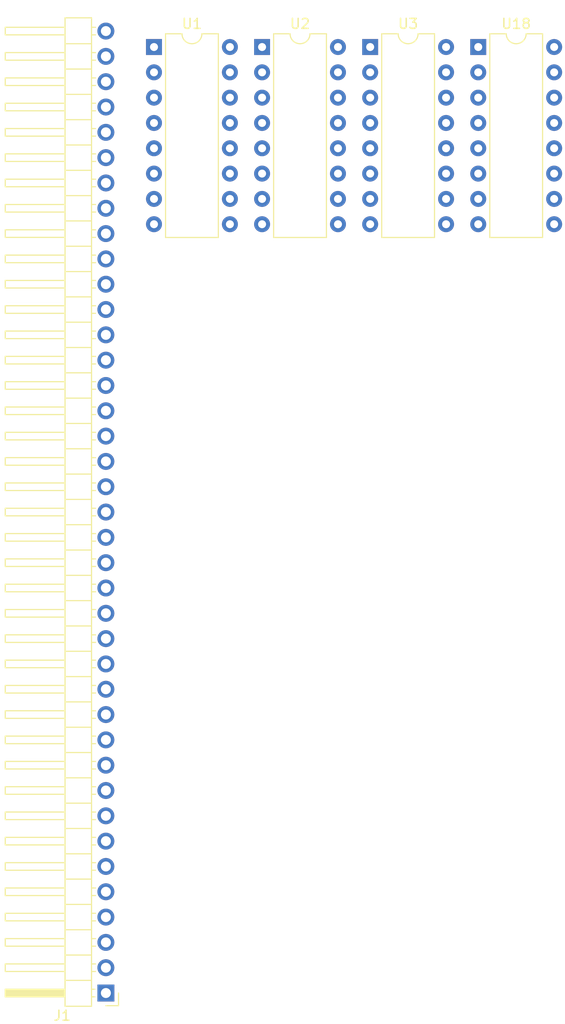
<source format=kicad_pcb>
(kicad_pcb (version 20221018) (generator pcbnew)
  (layers (0 "F.Cu" signal) (31 "B.Cu" signal) (34 "B.Paste" user) (35 "F.Paste" user) (36 "B.SilkS" user "B.Silkscreen") (37 "F.SilkS" user "F.Silkscreen") (38 "B.Mask" user) (39 "F.Mask" user) (44 "Edge.Cuts" user))
  (net 0 "")
  (net 1 "GND")
  (net 2 "+5V")
  (net 3 "clk")
  (net 4 "read enable 1")
  (net 5 "read enable 2")
  (net 6 "write enable")
  (footprint "Package_DIP:DIP-16_W7.62mm" (layer "F.Cu") (at 135.38 39.22)
    (fp_text reference "U18" (at 3.81 -2.33) (layer "F.SilkS"))
    (fp_text value "74LS170")
    (fp_line (start 1.16 -1.33) (end 1.16 19.11) (stroke (width 0.12)) (layer "F.SilkS"))
    (fp_line (start 1.16 19.11) (end 6.46 19.11) (stroke (width 0.12)) (layer "F.SilkS"))
    (fp_line (start 2.81 -1.33) (end 1.16 -1.33) (stroke (width 0.12)) (layer "F.SilkS"))
    (fp_line (start 6.46 -1.33) (end 4.81 -1.33) (stroke (width 0.12)) (layer "F.SilkS"))
    (fp_line (start 6.46 19.11) (end 6.46 -1.33) (stroke (width 0.12)) (layer "F.SilkS"))
    (fp_arc (start 4.81 -1.33) (mid 3.81 -0.33) (end 2.81 -1.33) (stroke (width 0.12)) (layer "F.SilkS"))
    (pad "1" thru_hole rect (at 0 0) (size 1.6 1.6) (drill 0.8) (layers "*.Cu" "*.Mask"))
    (pad "2" thru_hole oval (at 0 2.54) (size 1.6 1.6) (drill 0.8) (layers "*.Cu" "*.Mask"))
    (pad "3" thru_hole oval (at 0 5.08) (size 1.6 1.6) (drill 0.8) (layers "*.Cu" "*.Mask"))
    (pad "4" thru_hole oval (at 0 7.62) (size 1.6 1.6) (drill 0.8) (layers "*.Cu" "*.Mask"))
    (pad "5" thru_hole oval (at 0 10.16) (size 1.6 1.6) (drill 0.8) (layers "*.Cu" "*.Mask"))
    (pad "6" thru_hole oval (at 0 12.7) (size 1.6 1.6) (drill 0.8) (layers "*.Cu" "*.Mask"))
    (pad "7" thru_hole oval (at 0 15.24) (size 1.6 1.6) (drill 0.8) (layers "*.Cu" "*.Mask"))
    (pad "8" thru_hole oval (at 0 17.78) (size 1.6 1.6) (drill 0.8) (layers "*.Cu" "*.Mask") (net 1 "GND"))
    (pad "9" thru_hole oval (at 7.62 17.78) (size 1.6 1.6) (drill 0.8) (layers "*.Cu" "*.Mask"))
    (pad "10" thru_hole oval (at 7.62 15.24) (size 1.6 1.6) (drill 0.8) (layers "*.Cu" "*.Mask"))
    (pad "11" thru_hole oval (at 7.62 12.7) (size 1.6 1.6) (drill 0.8) (layers "*.Cu" "*.Mask"))
    (pad "12" thru_hole oval (at 7.62 10.16) (size 1.6 1.6) (drill 0.8) (layers "*.Cu" "*.Mask"))
    (pad "13" thru_hole oval (at 7.62 7.62) (size 1.6 1.6) (drill 0.8) (layers "*.Cu" "*.Mask"))
    (pad "14" thru_hole oval (at 7.62 5.08) (size 1.6 1.6) (drill 0.8) (layers "*.Cu" "*.Mask"))
    (pad "15" thru_hole oval (at 7.62 2.54) (size 1.6 1.6) (drill 0.8) (layers "*.Cu" "*.Mask"))
    (pad "16" thru_hole oval (at 7.62 0) (size 1.6 1.6) (drill 0.8) (layers "*.Cu" "*.Mask") (net 2 "+5V"))
  )
  (footprint "Package_DIP:DIP-16_W7.62mm" (layer "F.Cu") (at 124.53 39.22)
    (fp_text reference "U3" (at 3.81 -2.33) (layer "F.SilkS"))
    (fp_text value "74LS170")
    (fp_line (start 1.16 -1.33) (end 1.16 19.11) (stroke (width 0.12)) (layer "F.SilkS"))
    (fp_line (start 1.16 19.11) (end 6.46 19.11) (stroke (width 0.12)) (layer "F.SilkS"))
    (fp_line (start 2.81 -1.33) (end 1.16 -1.33) (stroke (width 0.12)) (layer "F.SilkS"))
    (fp_line (start 6.46 -1.33) (end 4.81 -1.33) (stroke (width 0.12)) (layer "F.SilkS"))
    (fp_line (start 6.46 19.11) (end 6.46 -1.33) (stroke (width 0.12)) (layer "F.SilkS"))
    (fp_arc (start 4.81 -1.33) (mid 3.81 -0.33) (end 2.81 -1.33) (stroke (width 0.12)) (layer "F.SilkS"))
    (pad "1" thru_hole rect (at 0 0) (size 1.6 1.6) (drill 0.8) (layers "*.Cu" "*.Mask"))
    (pad "2" thru_hole oval (at 0 2.54) (size 1.6 1.6) (drill 0.8) (layers "*.Cu" "*.Mask"))
    (pad "3" thru_hole oval (at 0 5.08) (size 1.6 1.6) (drill 0.8) (layers "*.Cu" "*.Mask"))
    (pad "4" thru_hole oval (at 0 7.62) (size 1.6 1.6) (drill 0.8) (layers "*.Cu" "*.Mask"))
    (pad "5" thru_hole oval (at 0 10.16) (size 1.6 1.6) (drill 0.8) (layers "*.Cu" "*.Mask"))
    (pad "6" thru_hole oval (at 0 12.7) (size 1.6 1.6) (drill 0.8) (layers "*.Cu" "*.Mask"))
    (pad "7" thru_hole oval (at 0 15.24) (size 1.6 1.6) (drill 0.8) (layers "*.Cu" "*.Mask"))
    (pad "8" thru_hole oval (at 0 17.78) (size 1.6 1.6) (drill 0.8) (layers "*.Cu" "*.Mask") (net 1 "GND"))
    (pad "9" thru_hole oval (at 7.62 17.78) (size 1.6 1.6) (drill 0.8) (layers "*.Cu" "*.Mask"))
    (pad "10" thru_hole oval (at 7.62 15.24) (size 1.6 1.6) (drill 0.8) (layers "*.Cu" "*.Mask"))
    (pad "11" thru_hole oval (at 7.62 12.7) (size 1.6 1.6) (drill 0.8) (layers "*.Cu" "*.Mask"))
    (pad "12" thru_hole oval (at 7.62 10.16) (size 1.6 1.6) (drill 0.8) (layers "*.Cu" "*.Mask"))
    (pad "13" thru_hole oval (at 7.62 7.62) (size 1.6 1.6) (drill 0.8) (layers "*.Cu" "*.Mask"))
    (pad "14" thru_hole oval (at 7.62 5.08) (size 1.6 1.6) (drill 0.8) (layers "*.Cu" "*.Mask"))
    (pad "15" thru_hole oval (at 7.62 2.54) (size 1.6 1.6) (drill 0.8) (layers "*.Cu" "*.Mask"))
    (pad "16" thru_hole oval (at 7.62 0) (size 1.6 1.6) (drill 0.8) (layers "*.Cu" "*.Mask") (net 2 "+5V"))
  )
  (footprint "Package_DIP:DIP-16_W7.62mm" (layer "F.Cu") (at 113.68 39.22)
    (fp_text reference "U2" (at 3.81 -2.33) (layer "F.SilkS"))
    (fp_text value "74LS170")
    (fp_line (start 1.16 -1.33) (end 1.16 19.11) (stroke (width 0.12)) (layer "F.SilkS"))
    (fp_line (start 1.16 19.11) (end 6.46 19.11) (stroke (width 0.12)) (layer "F.SilkS"))
    (fp_line (start 2.81 -1.33) (end 1.16 -1.33) (stroke (width 0.12)) (layer "F.SilkS"))
    (fp_line (start 6.46 -1.33) (end 4.81 -1.33) (stroke (width 0.12)) (layer "F.SilkS"))
    (fp_line (start 6.46 19.11) (end 6.46 -1.33) (stroke (width 0.12)) (layer "F.SilkS"))
    (fp_arc (start 4.81 -1.33) (mid 3.81 -0.33) (end 2.81 -1.33) (stroke (width 0.12)) (layer "F.SilkS"))
    (pad "1" thru_hole rect (at 0 0) (size 1.6 1.6) (drill 0.8) (layers "*.Cu" "*.Mask"))
    (pad "2" thru_hole oval (at 0 2.54) (size 1.6 1.6) (drill 0.8) (layers "*.Cu" "*.Mask"))
    (pad "3" thru_hole oval (at 0 5.08) (size 1.6 1.6) (drill 0.8) (layers "*.Cu" "*.Mask"))
    (pad "4" thru_hole oval (at 0 7.62) (size 1.6 1.6) (drill 0.8) (layers "*.Cu" "*.Mask"))
    (pad "5" thru_hole oval (at 0 10.16) (size 1.6 1.6) (drill 0.8) (layers "*.Cu" "*.Mask"))
    (pad "6" thru_hole oval (at 0 12.7) (size 1.6 1.6) (drill 0.8) (layers "*.Cu" "*.Mask"))
    (pad "7" thru_hole oval (at 0 15.24) (size 1.6 1.6) (drill 0.8) (layers "*.Cu" "*.Mask"))
    (pad "8" thru_hole oval (at 0 17.78) (size 1.6 1.6) (drill 0.8) (layers "*.Cu" "*.Mask") (net 1 "GND"))
    (pad "9" thru_hole oval (at 7.62 17.78) (size 1.6 1.6) (drill 0.8) (layers "*.Cu" "*.Mask"))
    (pad "10" thru_hole oval (at 7.62 15.24) (size 1.6 1.6) (drill 0.8) (layers "*.Cu" "*.Mask"))
    (pad "11" thru_hole oval (at 7.62 12.7) (size 1.6 1.6) (drill 0.8) (layers "*.Cu" "*.Mask"))
    (pad "12" thru_hole oval (at 7.62 10.16) (size 1.6 1.6) (drill 0.8) (layers "*.Cu" "*.Mask"))
    (pad "13" thru_hole oval (at 7.62 7.62) (size 1.6 1.6) (drill 0.8) (layers "*.Cu" "*.Mask"))
    (pad "14" thru_hole oval (at 7.62 5.08) (size 1.6 1.6) (drill 0.8) (layers "*.Cu" "*.Mask"))
    (pad "15" thru_hole oval (at 7.62 2.54) (size 1.6 1.6) (drill 0.8) (layers "*.Cu" "*.Mask"))
    (pad "16" thru_hole oval (at 7.62 0) (size 1.6 1.6) (drill 0.8) (layers "*.Cu" "*.Mask") (net 2 "+5V"))
  )
  (footprint "Package_DIP:DIP-16_W7.62mm" (layer "F.Cu") (at 102.83 39.22)
    (fp_text reference "U1" (at 3.81 -2.33) (layer "F.SilkS"))
    (fp_text value "74LS170")
    (fp_line (start 1.16 -1.33) (end 1.16 19.11) (stroke (width 0.12)) (layer "F.SilkS"))
    (fp_line (start 1.16 19.11) (end 6.46 19.11) (stroke (width 0.12)) (layer "F.SilkS"))
    (fp_line (start 2.81 -1.33) (end 1.16 -1.33) (stroke (width 0.12)) (layer "F.SilkS"))
    (fp_line (start 6.46 -1.33) (end 4.81 -1.33) (stroke (width 0.12)) (layer "F.SilkS"))
    (fp_line (start 6.46 19.11) (end 6.46 -1.33) (stroke (width 0.12)) (layer "F.SilkS"))
    (fp_arc (start 4.81 -1.33) (mid 3.81 -0.33) (end 2.81 -1.33) (stroke (width 0.12)) (layer "F.SilkS"))
    (pad "1" thru_hole rect (at 0 0) (size 1.6 1.6) (drill 0.8) (layers "*.Cu" "*.Mask"))
    (pad "2" thru_hole oval (at 0 2.54) (size 1.6 1.6) (drill 0.8) (layers "*.Cu" "*.Mask"))
    (pad "3" thru_hole oval (at 0 5.08) (size 1.6 1.6) (drill 0.8) (layers "*.Cu" "*.Mask"))
    (pad "4" thru_hole oval (at 0 7.62) (size 1.6 1.6) (drill 0.8) (layers "*.Cu" "*.Mask"))
    (pad "5" thru_hole oval (at 0 10.16) (size 1.6 1.6) (drill 0.8) (layers "*.Cu" "*.Mask"))
    (pad "6" thru_hole oval (at 0 12.7) (size 1.6 1.6) (drill 0.8) (layers "*.Cu" "*.Mask"))
    (pad "7" thru_hole oval (at 0 15.24) (size 1.6 1.6) (drill 0.8) (layers "*.Cu" "*.Mask"))
    (pad "8" thru_hole oval (at 0 17.78) (size 1.6 1.6) (drill 0.8) (layers "*.Cu" "*.Mask") (net 1 "GND"))
    (pad "9" thru_hole oval (at 7.62 17.78) (size 1.6 1.6) (drill 0.8) (layers "*.Cu" "*.Mask"))
    (pad "10" thru_hole oval (at 7.62 15.24) (size 1.6 1.6) (drill 0.8) (layers "*.Cu" "*.Mask"))
    (pad "11" thru_hole oval (at 7.62 12.7) (size 1.6 1.6) (drill 0.8) (layers "*.Cu" "*.Mask"))
    (pad "12" thru_hole oval (at 7.62 10.16) (size 1.6 1.6) (drill 0.8) (layers "*.Cu" "*.Mask"))
    (pad "13" thru_hole oval (at 7.62 7.62) (size 1.6 1.6) (drill 0.8) (layers "*.Cu" "*.Mask"))
    (pad "14" thru_hole oval (at 7.62 5.08) (size 1.6 1.6) (drill 0.8) (layers "*.Cu" "*.Mask"))
    (pad "15" thru_hole oval (at 7.62 2.54) (size 1.6 1.6) (drill 0.8) (layers "*.Cu" "*.Mask"))
    (pad "16" thru_hole oval (at 7.62 0) (size 1.6 1.6) (drill 0.8) (layers "*.Cu" "*.Mask") (net 2 "+5V"))
  )
  (footprint "Connector_PinHeader_2.54mm:PinHeader_1x39_P2.54mm_Horizontal" (layer "F.Cu") (at 98 134.14 180)
    (fp_text reference "J1" (at 4.385 -2.27) (layer "F.SilkS"))
    (fp_text value "Conn_01x39_Pin")
    (fp_line (start -1.27 -1.27) (end 0 -1.27) (stroke (width 0.12)) (layer "F.SilkS"))
    (fp_line (start -1.27 0) (end -1.27 -1.27) (stroke (width 0.12)) (layer "F.SilkS"))
    (fp_line (start 1.042929 2.16) (end 1.44 2.16) (stroke (width 0.12)) (layer "F.SilkS"))
    (fp_line (start 1.042929 2.92) (end 1.44 2.92) (stroke (width 0.12)) (layer "F.SilkS"))
    (fp_line (start 1.042929 4.7) (end 1.44 4.7) (stroke (width 0.12)) (layer "F.SilkS"))
    (fp_line (start 1.042929 5.46) (end 1.44 5.46) (stroke (width 0.12)) (layer "F.SilkS"))
    (fp_line (start 1.042929 7.24) (end 1.44 7.24) (stroke (width 0.12)) (layer "F.SilkS"))
    (fp_line (start 1.042929 8) (end 1.44 8) (stroke (width 0.12)) (layer "F.SilkS"))
    (fp_line (start 1.042929 9.78) (end 1.44 9.78) (stroke (width 0.12)) (layer "F.SilkS"))
    (fp_line (start 1.042929 10.54) (end 1.44 10.54) (stroke (width 0.12)) (layer "F.SilkS"))
    (fp_line (start 1.042929 12.32) (end 1.44 12.32) (stroke (width 0.12)) (layer "F.SilkS"))
    (fp_line (start 1.042929 13.08) (end 1.44 13.08) (stroke (width 0.12)) (layer "F.SilkS"))
    (fp_line (start 1.042929 14.86) (end 1.44 14.86) (stroke (width 0.12)) (layer "F.SilkS"))
    (fp_line (start 1.042929 15.62) (end 1.44 15.62) (stroke (width 0.12)) (layer "F.SilkS"))
    (fp_line (start 1.042929 17.4) (end 1.44 17.4) (stroke (width 0.12)) (layer "F.SilkS"))
    (fp_line (start 1.042929 18.16) (end 1.44 18.16) (stroke (width 0.12)) (layer "F.SilkS"))
    (fp_line (start 1.042929 19.94) (end 1.44 19.94) (stroke (width 0.12)) (layer "F.SilkS"))
    (fp_line (start 1.042929 20.7) (end 1.44 20.7) (stroke (width 0.12)) (layer "F.SilkS"))
    (fp_line (start 1.042929 22.48) (end 1.44 22.48) (stroke (width 0.12)) (layer "F.SilkS"))
    (fp_line (start 1.042929 23.24) (end 1.44 23.24) (stroke (width 0.12)) (layer "F.SilkS"))
    (fp_line (start 1.042929 25.02) (end 1.44 25.02) (stroke (width 0.12)) (layer "F.SilkS"))
    (fp_line (start 1.042929 25.78) (end 1.44 25.78) (stroke (width 0.12)) (layer "F.SilkS"))
    (fp_line (start 1.042929 27.56) (end 1.44 27.56) (stroke (width 0.12)) (layer "F.SilkS"))
    (fp_line (start 1.042929 28.32) (end 1.44 28.32) (stroke (width 0.12)) (layer "F.SilkS"))
    (fp_line (start 1.042929 30.1) (end 1.44 30.1) (stroke (width 0.12)) (layer "F.SilkS"))
    (fp_line (start 1.042929 30.86) (end 1.44 30.86) (stroke (width 0.12)) (layer "F.SilkS"))
    (fp_line (start 1.042929 32.64) (end 1.44 32.64) (stroke (width 0.12)) (layer "F.SilkS"))
    (fp_line (start 1.042929 33.4) (end 1.44 33.4) (stroke (width 0.12)) (layer "F.SilkS"))
    (fp_line (start 1.042929 35.18) (end 1.44 35.18) (stroke (width 0.12)) (layer "F.SilkS"))
    (fp_line (start 1.042929 35.94) (end 1.44 35.94) (stroke (width 0.12)) (layer "F.SilkS"))
    (fp_line (start 1.042929 37.72) (end 1.44 37.72) (stroke (width 0.12)) (layer "F.SilkS"))
    (fp_line (start 1.042929 38.48) (end 1.44 38.48) (stroke (width 0.12)) (layer "F.SilkS"))
    (fp_line (start 1.042929 40.26) (end 1.44 40.26) (stroke (width 0.12)) (layer "F.SilkS"))
    (fp_line (start 1.042929 41.02) (end 1.44 41.02) (stroke (width 0.12)) (layer "F.SilkS"))
    (fp_line (start 1.042929 42.8) (end 1.44 42.8) (stroke (width 0.12)) (layer "F.SilkS"))
    (fp_line (start 1.042929 43.56) (end 1.44 43.56) (stroke (width 0.12)) (layer "F.SilkS"))
    (fp_line (start 1.042929 45.34) (end 1.44 45.34) (stroke (width 0.12)) (layer "F.SilkS"))
    (fp_line (start 1.042929 46.1) (end 1.44 46.1) (stroke (width 0.12)) (layer "F.SilkS"))
    (fp_line (start 1.042929 47.88) (end 1.44 47.88) (stroke (width 0.12)) (layer "F.SilkS"))
    (fp_line (start 1.042929 48.64) (end 1.44 48.64) (stroke (width 0.12)) (layer "F.SilkS"))
    (fp_line (start 1.042929 50.42) (end 1.44 50.42) (stroke (width 0.12)) (layer "F.SilkS"))
    (fp_line (start 1.042929 51.18) (end 1.44 51.18) (stroke (width 0.12)) (layer "F.SilkS"))
    (fp_line (start 1.042929 52.96) (end 1.44 52.96) (stroke (width 0.12)) (layer "F.SilkS"))
    (fp_line (start 1.042929 53.72) (end 1.44 53.72) (stroke (width 0.12)) (layer "F.SilkS"))
    (fp_line (start 1.042929 55.5) (end 1.44 55.5) (stroke (width 0.12)) (layer "F.SilkS"))
    (fp_line (start 1.042929 56.26) (end 1.44 56.26) (stroke (width 0.12)) (layer "F.SilkS"))
    (fp_line (start 1.042929 58.04) (end 1.44 58.04) (stroke (width 0.12)) (layer "F.SilkS"))
    (fp_line (start 1.042929 58.8) (end 1.44 58.8) (stroke (width 0.12)) (layer "F.SilkS"))
    (fp_line (start 1.042929 60.58) (end 1.44 60.58) (stroke (width 0.12)) (layer "F.SilkS"))
    (fp_line (start 1.042929 61.34) (end 1.44 61.34) (stroke (width 0.12)) (layer "F.SilkS"))
    (fp_line (start 1.042929 63.12) (end 1.44 63.12) (stroke (width 0.12)) (layer "F.SilkS"))
    (fp_line (start 1.042929 63.88) (end 1.44 63.88) (stroke (width 0.12)) (layer "F.SilkS"))
    (fp_line (start 1.042929 65.66) (end 1.44 65.66) (stroke (width 0.12)) (layer "F.SilkS"))
    (fp_line (start 1.042929 66.42) (end 1.44 66.42) (stroke (width 0.12)) (layer "F.SilkS"))
    (fp_line (start 1.042929 68.2) (end 1.44 68.2) (stroke (width 0.12)) (layer "F.SilkS"))
    (fp_line (start 1.042929 68.96) (end 1.44 68.96) (stroke (width 0.12)) (layer "F.SilkS"))
    (fp_line (start 1.042929 70.74) (end 1.44 70.74) (stroke (width 0.12)) (layer "F.SilkS"))
    (fp_line (start 1.042929 71.5) (end 1.44 71.5) (stroke (width 0.12)) (layer "F.SilkS"))
    (fp_line (start 1.042929 73.28) (end 1.44 73.28) (stroke (width 0.12)) (layer "F.SilkS"))
    (fp_line (start 1.042929 74.04) (end 1.44 74.04) (stroke (width 0.12)) (layer "F.SilkS"))
    (fp_line (start 1.042929 75.82) (end 1.44 75.82) (stroke (width 0.12)) (layer "F.SilkS"))
    (fp_line (start 1.042929 76.58) (end 1.44 76.58) (stroke (width 0.12)) (layer "F.SilkS"))
    (fp_line (start 1.042929 78.36) (end 1.44 78.36) (stroke (width 0.12)) (layer "F.SilkS"))
    (fp_line (start 1.042929 79.12) (end 1.44 79.12) (stroke (width 0.12)) (layer "F.SilkS"))
    (fp_line (start 1.042929 80.9) (end 1.44 80.9) (stroke (width 0.12)) (layer "F.SilkS"))
    (fp_line (start 1.042929 81.66) (end 1.44 81.66) (stroke (width 0.12)) (layer "F.SilkS"))
    (fp_line (start 1.042929 83.44) (end 1.44 83.44) (stroke (width 0.12)) (layer "F.SilkS"))
    (fp_line (start 1.042929 84.2) (end 1.44 84.2) (stroke (width 0.12)) (layer "F.SilkS"))
    (fp_line (start 1.042929 85.98) (end 1.44 85.98) (stroke (width 0.12)) (layer "F.SilkS"))
    (fp_line (start 1.042929 86.74) (end 1.44 86.74) (stroke (width 0.12)) (layer "F.SilkS"))
    (fp_line (start 1.042929 88.52) (end 1.44 88.52) (stroke (width 0.12)) (layer "F.SilkS"))
    (fp_line (start 1.042929 89.28) (end 1.44 89.28) (stroke (width 0.12)) (layer "F.SilkS"))
    (fp_line (start 1.042929 91.06) (end 1.44 91.06) (stroke (width 0.12)) (layer "F.SilkS"))
    (fp_line (start 1.042929 91.82) (end 1.44 91.82) (stroke (width 0.12)) (layer "F.SilkS"))
    (fp_line (start 1.042929 93.6) (end 1.44 93.6) (stroke (width 0.12)) (layer "F.SilkS"))
    (fp_line (start 1.042929 94.36) (end 1.44 94.36) (stroke (width 0.12)) (layer "F.SilkS"))
    (fp_line (start 1.042929 96.14) (end 1.44 96.14) (stroke (width 0.12)) (layer "F.SilkS"))
    (fp_line (start 1.042929 96.9) (end 1.44 96.9) (stroke (width 0.12)) (layer "F.SilkS"))
    (fp_line (start 1.11 -0.38) (end 1.44 -0.38) (stroke (width 0.12)) (layer "F.SilkS"))
    (fp_line (start 1.11 0.38) (end 1.44 0.38) (stroke (width 0.12)) (layer "F.SilkS"))
    (fp_line (start 1.44 -1.33) (end 1.44 97.85) (stroke (width 0.12)) (layer "F.SilkS"))
    (fp_line (start 1.44 1.27) (end 4.1 1.27) (stroke (width 0.12)) (layer "F.SilkS"))
    (fp_line (start 1.44 3.81) (end 4.1 3.81) (stroke (width 0.12)) (layer "F.SilkS"))
    (fp_line (start 1.44 6.35) (end 4.1 6.35) (stroke (width 0.12)) (layer "F.SilkS"))
    (fp_line (start 1.44 8.89) (end 4.1 8.89) (stroke (width 0.12)) (layer "F.SilkS"))
    (fp_line (start 1.44 11.43) (end 4.1 11.43) (stroke (width 0.12)) (layer "F.SilkS"))
    (fp_line (start 1.44 13.97) (end 4.1 13.97) (stroke (width 0.12)) (layer "F.SilkS"))
    (fp_line (start 1.44 16.51) (end 4.1 16.51) (stroke (width 0.12)) (layer "F.SilkS"))
    (fp_line (start 1.44 19.05) (end 4.1 19.05) (stroke (width 0.12)) (layer "F.SilkS"))
    (fp_line (start 1.44 21.59) (end 4.1 21.59) (stroke (width 0.12)) (layer "F.SilkS"))
    (fp_line (start 1.44 24.13) (end 4.1 24.13) (stroke (width 0.12)) (layer "F.SilkS"))
    (fp_line (start 1.44 26.67) (end 4.1 26.67) (stroke (width 0.12)) (layer "F.SilkS"))
    (fp_line (start 1.44 29.21) (end 4.1 29.21) (stroke (width 0.12)) (layer "F.SilkS"))
    (fp_line (start 1.44 31.75) (end 4.1 31.75) (stroke (width 0.12)) (layer "F.SilkS"))
    (fp_line (start 1.44 34.29) (end 4.1 34.29) (stroke (width 0.12)) (layer "F.SilkS"))
    (fp_line (start 1.44 36.83) (end 4.1 36.83) (stroke (width 0.12)) (layer "F.SilkS"))
    (fp_line (start 1.44 39.37) (end 4.1 39.37) (stroke (width 0.12)) (layer "F.SilkS"))
    (fp_line (start 1.44 41.91) (end 4.1 41.91) (stroke (width 0.12)) (layer "F.SilkS"))
    (fp_line (start 1.44 44.45) (end 4.1 44.45) (stroke (width 0.12)) (layer "F.SilkS"))
    (fp_line (start 1.44 46.99) (end 4.1 46.99) (stroke (width 0.12)) (layer "F.SilkS"))
    (fp_line (start 1.44 49.53) (end 4.1 49.53) (stroke (width 0.12)) (layer "F.SilkS"))
    (fp_line (start 1.44 52.07) (end 4.1 52.07) (stroke (width 0.12)) (layer "F.SilkS"))
    (fp_line (start 1.44 54.61) (end 4.1 54.61) (stroke (width 0.12)) (layer "F.SilkS"))
    (fp_line (start 1.44 57.15) (end 4.1 57.15) (stroke (width 0.12)) (layer "F.SilkS"))
    (fp_line (start 1.44 59.69) (end 4.1 59.69) (stroke (width 0.12)) (layer "F.SilkS"))
    (fp_line (start 1.44 62.23) (end 4.1 62.23) (stroke (width 0.12)) (layer "F.SilkS"))
    (fp_line (start 1.44 64.77) (end 4.1 64.77) (stroke (width 0.12)) (layer "F.SilkS"))
    (fp_line (start 1.44 67.31) (end 4.1 67.31) (stroke (width 0.12)) (layer "F.SilkS"))
    (fp_line (start 1.44 69.85) (end 4.1 69.85) (stroke (width 0.12)) (layer "F.SilkS"))
    (fp_line (start 1.44 72.39) (end 4.1 72.39) (stroke (width 0.12)) (layer "F.SilkS"))
    (fp_line (start 1.44 74.93) (end 4.1 74.93) (stroke (width 0.12)) (layer "F.SilkS"))
    (fp_line (start 1.44 77.47) (end 4.1 77.47) (stroke (width 0.12)) (layer "F.SilkS"))
    (fp_line (start 1.44 80.01) (end 4.1 80.01) (stroke (width 0.12)) (layer "F.SilkS"))
    (fp_line (start 1.44 82.55) (end 4.1 82.55) (stroke (width 0.12)) (layer "F.SilkS"))
    (fp_line (start 1.44 85.09) (end 4.1 85.09) (stroke (width 0.12)) (layer "F.SilkS"))
    (fp_line (start 1.44 87.63) (end 4.1 87.63) (stroke (width 0.12)) (layer "F.SilkS"))
    (fp_line (start 1.44 90.17) (end 4.1 90.17) (stroke (width 0.12)) (layer "F.SilkS"))
    (fp_line (start 1.44 92.71) (end 4.1 92.71) (stroke (width 0.12)) (layer "F.SilkS"))
    (fp_line (start 1.44 95.25) (end 4.1 95.25) (stroke (width 0.12)) (layer "F.SilkS"))
    (fp_line (start 1.44 97.85) (end 4.1 97.85) (stroke (width 0.12)) (layer "F.SilkS"))
    (fp_line (start 4.1 -1.33) (end 1.44 -1.33) (stroke (width 0.12)) (layer "F.SilkS"))
    (fp_line (start 4.1 -0.38) (end 10.1 -0.38) (stroke (width 0.12)) (layer "F.SilkS"))
    (fp_line (start 4.1 -0.32) (end 10.1 -0.32) (stroke (width 0.12)) (layer "F.SilkS"))
    (fp_line (start 4.1 -0.2) (end 10.1 -0.2) (stroke (width 0.12)) (layer "F.SilkS"))
    (fp_line (start 4.1 -0.08) (end 10.1 -0.08) (stroke (width 0.12)) (layer "F.SilkS"))
    (fp_line (start 4.1 0.04) (end 10.1 0.04) (stroke (width 0.12)) (layer "F.SilkS"))
    (fp_line (start 4.1 0.16) (end 10.1 0.16) (stroke (width 0.12)) (layer "F.SilkS"))
    (fp_line (start 4.1 0.28) (end 10.1 0.28) (stroke (width 0.12)) (layer "F.SilkS"))
    (fp_line (start 4.1 2.16) (end 10.1 2.16) (stroke (width 0.12)) (layer "F.SilkS"))
    (fp_line (start 4.1 4.7) (end 10.1 4.7) (stroke (width 0.12)) (layer "F.SilkS"))
    (fp_line (start 4.1 7.24) (end 10.1 7.24) (stroke (width 0.12)) (layer "F.SilkS"))
    (fp_line (start 4.1 9.78) (end 10.1 9.78) (stroke (width 0.12)) (layer "F.SilkS"))
    (fp_line (start 4.1 12.32) (end 10.1 12.32) (stroke (width 0.12)) (layer "F.SilkS"))
    (fp_line (start 4.1 14.86) (end 10.1 14.86) (stroke (width 0.12)) (layer "F.SilkS"))
    (fp_line (start 4.1 17.4) (end 10.1 17.4) (stroke (width 0.12)) (layer "F.SilkS"))
    (fp_line (start 4.1 19.94) (end 10.1 19.94) (stroke (width 0.12)) (layer "F.SilkS"))
    (fp_line (start 4.1 22.48) (end 10.1 22.48) (stroke (width 0.12)) (layer "F.SilkS"))
    (fp_line (start 4.1 25.02) (end 10.1 25.02) (stroke (width 0.12)) (layer "F.SilkS"))
    (fp_line (start 4.1 27.56) (end 10.1 27.56) (stroke (width 0.12)) (layer "F.SilkS"))
    (fp_line (start 4.1 30.1) (end 10.1 30.1) (stroke (width 0.12)) (layer "F.SilkS"))
    (fp_line (start 4.1 32.64) (end 10.1 32.64) (stroke (width 0.12)) (layer "F.SilkS"))
    (fp_line (start 4.1 35.18) (end 10.1 35.18) (stroke (width 0.12)) (layer "F.SilkS"))
    (fp_line (start 4.1 37.72) (end 10.1 37.72) (stroke (width 0.12)) (layer "F.SilkS"))
    (fp_line (start 4.1 40.26) (end 10.1 40.26) (stroke (width 0.12)) (layer "F.SilkS"))
    (fp_line (start 4.1 42.8) (end 10.1 42.8) (stroke (width 0.12)) (layer "F.SilkS"))
    (fp_line (start 4.1 45.34) (end 10.1 45.34) (stroke (width 0.12)) (layer "F.SilkS"))
    (fp_line (start 4.1 47.88) (end 10.1 47.88) (stroke (width 0.12)) (layer "F.SilkS"))
    (fp_line (start 4.1 50.42) (end 10.1 50.42) (stroke (width 0.12)) (layer "F.SilkS"))
    (fp_line (start 4.1 52.96) (end 10.1 52.96) (stroke (width 0.12)) (layer "F.SilkS"))
    (fp_line (start 4.1 55.5) (end 10.1 55.5) (stroke (width 0.12)) (layer "F.SilkS"))
    (fp_line (start 4.1 58.04) (end 10.1 58.04) (stroke (width 0.12)) (layer "F.SilkS"))
    (fp_line (start 4.1 60.58) (end 10.1 60.58) (stroke (width 0.12)) (layer "F.SilkS"))
    (fp_line (start 4.1 63.12) (end 10.1 63.12) (stroke (width 0.12)) (layer "F.SilkS"))
    (fp_line (start 4.1 65.66) (end 10.1 65.66) (stroke (width 0.12)) (layer "F.SilkS"))
    (fp_line (start 4.1 68.2) (end 10.1 68.2) (stroke (width 0.12)) (layer "F.SilkS"))
    (fp_line (start 4.1 70.74) (end 10.1 70.74) (stroke (width 0.12)) (layer "F.SilkS"))
    (fp_line (start 4.1 73.28) (end 10.1 73.28) (stroke (width 0.12)) (layer "F.SilkS"))
    (fp_line (start 4.1 75.82) (end 10.1 75.82) (stroke (width 0.12)) (layer "F.SilkS"))
    (fp_line (start 4.1 78.36) (end 10.1 78.36) (stroke (width 0.12)) (layer "F.SilkS"))
    (fp_line (start 4.1 80.9) (end 10.1 80.9) (stroke (width 0.12)) (layer "F.SilkS"))
    (fp_line (start 4.1 83.44) (end 10.1 83.44) (stroke (width 0.12)) (layer "F.SilkS"))
    (fp_line (start 4.1 85.98) (end 10.1 85.98) (stroke (width 0.12)) (layer "F.SilkS"))
    (fp_line (start 4.1 88.52) (end 10.1 88.52) (stroke (width 0.12)) (layer "F.SilkS"))
    (fp_line (start 4.1 91.06) (end 10.1 91.06) (stroke (width 0.12)) (layer "F.SilkS"))
    (fp_line (start 4.1 93.6) (end 10.1 93.6) (stroke (width 0.12)) (layer "F.SilkS"))
    (fp_line (start 4.1 96.14) (end 10.1 96.14) (stroke (width 0.12)) (layer "F.SilkS"))
    (fp_line (start 4.1 97.85) (end 4.1 -1.33) (stroke (width 0.12)) (layer "F.SilkS"))
    (fp_line (start 10.1 -0.38) (end 10.1 0.38) (stroke (width 0.12)) (layer "F.SilkS"))
    (fp_line (start 10.1 0.38) (end 4.1 0.38) (stroke (width 0.12)) (layer "F.SilkS"))
    (fp_line (start 10.1 2.16) (end 10.1 2.92) (stroke (width 0.12)) (layer "F.SilkS"))
    (fp_line (start 10.1 2.92) (end 4.1 2.92) (stroke (width 0.12)) (layer "F.SilkS"))
    (fp_line (start 10.1 4.7) (end 10.1 5.46) (stroke (width 0.12)) (layer "F.SilkS"))
    (fp_line (start 10.1 5.46) (end 4.1 5.46) (stroke (width 0.12)) (layer "F.SilkS"))
    (fp_line (start 10.1 7.24) (end 10.1 8) (stroke (width 0.12)) (layer "F.SilkS"))
    (fp_line (start 10.1 8) (end 4.1 8) (stroke (width 0.12)) (layer "F.SilkS"))
    (fp_line (start 10.1 9.78) (end 10.1 10.54) (stroke (width 0.12)) (layer "F.SilkS"))
    (fp_line (start 10.1 10.54) (end 4.1 10.54) (stroke (width 0.12)) (layer "F.SilkS"))
    (fp_line (start 10.1 12.32) (end 10.1 13.08) (stroke (width 0.12)) (layer "F.SilkS"))
    (fp_line (start 10.1 13.08) (end 4.1 13.08) (stroke (width 0.12)) (layer "F.SilkS"))
    (fp_line (start 10.1 14.86) (end 10.1 15.62) (stroke (width 0.12)) (layer "F.SilkS"))
    (fp_line (start 10.1 15.62) (end 4.1 15.62) (stroke (width 0.12)) (layer "F.SilkS"))
    (fp_line (start 10.1 17.4) (end 10.1 18.16) (stroke (width 0.12)) (layer "F.SilkS"))
    (fp_line (start 10.1 18.16) (end 4.1 18.16) (stroke (width 0.12)) (layer "F.SilkS"))
    (fp_line (start 10.1 19.94) (end 10.1 20.7) (stroke (width 0.12)) (layer "F.SilkS"))
    (fp_line (start 10.1 20.7) (end 4.1 20.7) (stroke (width 0.12)) (layer "F.SilkS"))
    (fp_line (start 10.1 22.48) (end 10.1 23.24) (stroke (width 0.12)) (layer "F.SilkS"))
    (fp_line (start 10.1 23.24) (end 4.1 23.24) (stroke (width 0.12)) (layer "F.SilkS"))
    (fp_line (start 10.1 25.02) (end 10.1 25.78) (stroke (width 0.12)) (layer "F.SilkS"))
    (fp_line (start 10.1 25.78) (end 4.1 25.78) (stroke (width 0.12)) (layer "F.SilkS"))
    (fp_line (start 10.1 27.56) (end 10.1 28.32) (stroke (width 0.12)) (layer "F.SilkS"))
    (fp_line (start 10.1 28.32) (end 4.1 28.32) (stroke (width 0.12)) (layer "F.SilkS"))
    (fp_line (start 10.1 30.1) (end 10.1 30.86) (stroke (width 0.12)) (layer "F.SilkS"))
    (fp_line (start 10.1 30.86) (end 4.1 30.86) (stroke (width 0.12)) (layer "F.SilkS"))
    (fp_line (start 10.1 32.64) (end 10.1 33.4) (stroke (width 0.12)) (layer "F.SilkS"))
    (fp_line (start 10.1 33.4) (end 4.1 33.4) (stroke (width 0.12)) (layer "F.SilkS"))
    (fp_line (start 10.1 35.18) (end 10.1 35.94) (stroke (width 0.12)) (layer "F.SilkS"))
    (fp_line (start 10.1 35.94) (end 4.1 35.94) (stroke (width 0.12)) (layer "F.SilkS"))
    (fp_line (start 10.1 37.72) (end 10.1 38.48) (stroke (width 0.12)) (layer "F.SilkS"))
    (fp_line (start 10.1 38.48) (end 4.1 38.48) (stroke (width 0.12)) (layer "F.SilkS"))
    (fp_line (start 10.1 40.26) (end 10.1 41.02) (stroke (width 0.12)) (layer "F.SilkS"))
    (fp_line (start 10.1 41.02) (end 4.1 41.02) (stroke (width 0.12)) (layer "F.SilkS"))
    (fp_line (start 10.1 42.8) (end 10.1 43.56) (stroke (width 0.12)) (layer "F.SilkS"))
    (fp_line (start 10.1 43.56) (end 4.1 43.56) (stroke (width 0.12)) (layer "F.SilkS"))
    (fp_line (start 10.1 45.34) (end 10.1 46.1) (stroke (width 0.12)) (layer "F.SilkS"))
    (fp_line (start 10.1 46.1) (end 4.1 46.1) (stroke (width 0.12)) (layer "F.SilkS"))
    (fp_line (start 10.1 47.88) (end 10.1 48.64) (stroke (width 0.12)) (layer "F.SilkS"))
    (fp_line (start 10.1 48.64) (end 4.1 48.64) (stroke (width 0.12)) (layer "F.SilkS"))
    (fp_line (start 10.1 50.42) (end 10.1 51.18) (stroke (width 0.12)) (layer "F.SilkS"))
    (fp_line (start 10.1 51.18) (end 4.1 51.18) (stroke (width 0.12)) (layer "F.SilkS"))
    (fp_line (start 10.1 52.96) (end 10.1 53.72) (stroke (width 0.12)) (layer "F.SilkS"))
    (fp_line (start 10.1 53.72) (end 4.1 53.72) (stroke (width 0.12)) (layer "F.SilkS"))
    (fp_line (start 10.1 55.5) (end 10.1 56.26) (stroke (width 0.12)) (layer "F.SilkS"))
    (fp_line (start 10.1 56.26) (end 4.1 56.26) (stroke (width 0.12)) (layer "F.SilkS"))
    (fp_line (start 10.1 58.04) (end 10.1 58.8) (stroke (width 0.12)) (layer "F.SilkS"))
    (fp_line (start 10.1 58.8) (end 4.1 58.8) (stroke (width 0.12)) (layer "F.SilkS"))
    (fp_line (start 10.1 60.58) (end 10.1 61.34) (stroke (width 0.12)) (layer "F.SilkS"))
    (fp_line (start 10.1 61.34) (end 4.1 61.34) (stroke (width 0.12)) (layer "F.SilkS"))
    (fp_line (start 10.1 63.12) (end 10.1 63.88) (stroke (width 0.12)) (layer "F.SilkS"))
    (fp_line (start 10.1 63.88) (end 4.1 63.88) (stroke (width 0.12)) (layer "F.SilkS"))
    (fp_line (start 10.1 65.66) (end 10.1 66.42) (stroke (width 0.12)) (layer "F.SilkS"))
    (fp_line (start 10.1 66.42) (end 4.1 66.42) (stroke (width 0.12)) (layer "F.SilkS"))
    (fp_line (start 10.1 68.2) (end 10.1 68.96) (stroke (width 0.12)) (layer "F.SilkS"))
    (fp_line (start 10.1 68.96) (end 4.1 68.96) (stroke (width 0.12)) (layer "F.SilkS"))
    (fp_line (start 10.1 70.74) (end 10.1 71.5) (stroke (width 0.12)) (layer "F.SilkS"))
    (fp_line (start 10.1 71.5) (end 4.1 71.5) (stroke (width 0.12)) (layer "F.SilkS"))
    (fp_line (start 10.1 73.28) (end 10.1 74.04) (stroke (width 0.12)) (layer "F.SilkS"))
    (fp_line (start 10.1 74.04) (end 4.1 74.04) (stroke (width 0.12)) (layer "F.SilkS"))
    (fp_line (start 10.1 75.82) (end 10.1 76.58) (stroke (width 0.12)) (layer "F.SilkS"))
    (fp_line (start 10.1 76.58) (end 4.1 76.58) (stroke (width 0.12)) (layer "F.SilkS"))
    (fp_line (start 10.1 78.36) (end 10.1 79.12) (stroke (width 0.12)) (layer "F.SilkS"))
    (fp_line (start 10.1 79.12) (end 4.1 79.12) (stroke (width 0.12)) (layer "F.SilkS"))
    (fp_line (start 10.1 80.9) (end 10.1 81.66) (stroke (width 0.12)) (layer "F.SilkS"))
    (fp_line (start 10.1 81.66) (end 4.1 81.66) (stroke (width 0.12)) (layer "F.SilkS"))
    (fp_line (start 10.1 83.44) (end 10.1 84.2) (stroke (width 0.12)) (layer "F.SilkS"))
    (fp_line (start 10.1 84.2) (end 4.1 84.2) (stroke (width 0.12)) (layer "F.SilkS"))
    (fp_line (start 10.1 85.98) (end 10.1 86.74) (stroke (width 0.12)) (layer "F.SilkS"))
    (fp_line (start 10.1 86.74) (end 4.1 86.74) (stroke (width 0.12)) (layer "F.SilkS"))
    (fp_line (start 10.1 88.52) (end 10.1 89.28) (stroke (width 0.12)) (layer "F.SilkS"))
    (fp_line (start 10.1 89.28) (end 4.1 89.28) (stroke (width 0.12)) (layer "F.SilkS"))
    (fp_line (start 10.1 91.06) (end 10.1 91.82) (stroke (width 0.12)) (layer "F.SilkS"))
    (fp_line (start 10.1 91.82) (end 4.1 91.82) (stroke (width 0.12)) (layer "F.SilkS"))
    (fp_line (start 10.1 93.6) (end 10.1 94.36) (stroke (width 0.12)) (layer "F.SilkS"))
    (fp_line (start 10.1 94.36) (end 4.1 94.36) (stroke (width 0.12)) (layer "F.SilkS"))
    (fp_line (start 10.1 96.14) (end 10.1 96.9) (stroke (width 0.12)) (layer "F.SilkS"))
    (fp_line (start 10.1 96.9) (end 4.1 96.9) (stroke (width 0.12)) (layer "F.SilkS"))
    (pad "1" thru_hole rect (at 0 0 180) (size 1.7 1.7) (drill 1) (layers "*.Cu" "*.Mask") (net 1 "GND"))
    (pad "2" thru_hole oval (at 0 2.54 180) (size 1.7 1.7) (drill 1) (layers "*.Cu" "*.Mask") (net 2 "+5V"))
    (pad "3" thru_hole oval (at 0 5.08 180) (size 1.7 1.7) (drill 1) (layers "*.Cu" "*.Mask") (net 3 "clk"))
    (pad "4" thru_hole oval (at 0 7.62 180) (size 1.7 1.7) (drill 1) (layers "*.Cu" "*.Mask") (net 4 "read enable 1"))
    (pad "5" thru_hole oval (at 0 10.16 180) (size 1.7 1.7) (drill 1) (layers "*.Cu" "*.Mask") (net 5 "read enable 2"))
    (pad "6" thru_hole oval (at 0 12.7 180) (size 1.7 1.7) (drill 1) (layers "*.Cu" "*.Mask") (net 6 "write enable"))
    (pad "7" thru_hole oval (at 0 15.24 180) (size 1.7 1.7) (drill 1) (layers "*.Cu" "*.Mask"))
    (pad "8" thru_hole oval (at 0 17.78 180) (size 1.7 1.7) (drill 1) (layers "*.Cu" "*.Mask"))
    (pad "9" thru_hole oval (at 0 20.32 180) (size 1.7 1.7) (drill 1) (layers "*.Cu" "*.Mask"))
    (pad "10" thru_hole oval (at 0 22.86 180) (size 1.7 1.7) (drill 1) (layers "*.Cu" "*.Mask"))
    (pad "11" thru_hole oval (at 0 25.4 180) (size 1.7 1.7) (drill 1) (layers "*.Cu" "*.Mask"))
    (pad "12" thru_hole oval (at 0 27.94 180) (size 1.7 1.7) (drill 1) (layers "*.Cu" "*.Mask"))
    (pad "13" thru_hole oval (at 0 30.48 180) (size 1.7 1.7) (drill 1) (layers "*.Cu" "*.Mask"))
    (pad "14" thru_hole oval (at 0 33.02 180) (size 1.7 1.7) (drill 1) (layers "*.Cu" "*.Mask"))
    (pad "15" thru_hole oval (at 0 35.56 180) (size 1.7 1.7) (drill 1) (layers "*.Cu" "*.Mask"))
    (pad "16" thru_hole oval (at 0 38.1 180) (size 1.7 1.7) (drill 1) (layers "*.Cu" "*.Mask"))
    (pad "17" thru_hole oval (at 0 40.64 180) (size 1.7 1.7) (drill 1) (layers "*.Cu" "*.Mask"))
    (pad "18" thru_hole oval (at 0 43.18 180) (size 1.7 1.7) (drill 1) (layers "*.Cu" "*.Mask"))
    (pad "19" thru_hole oval (at 0 45.72 180) (size 1.7 1.7) (drill 1) (layers "*.Cu" "*.Mask"))
    (pad "20" thru_hole oval (at 0 48.26 180) (size 1.7 1.7) (drill 1) (layers "*.Cu" "*.Mask"))
    (pad "21" thru_hole oval (at 0 50.8 180) (size 1.7 1.7) (drill 1) (layers "*.Cu" "*.Mask"))
    (pad "22" thru_hole oval (at 0 53.34 180) (size 1.7 1.7) (drill 1) (layers "*.Cu" "*.Mask"))
    (pad "23" thru_hole oval (at 0 55.88 180) (size 1.7 1.7) (drill 1) (layers "*.Cu" "*.Mask"))
    (pad "24" thru_hole oval (at 0 58.42 180) (size 1.7 1.7) (drill 1) (layers "*.Cu" "*.Mask"))
    (pad "25" thru_hole oval (at 0 60.96 180) (size 1.7 1.7) (drill 1) (layers "*.Cu" "*.Mask"))
    (pad "26" thru_hole oval (at 0 63.5 180) (size 1.7 1.7) (drill 1) (layers "*.Cu" "*.Mask"))
    (pad "27" thru_hole oval (at 0 66.04 180) (size 1.7 1.7) (drill 1) (layers "*.Cu" "*.Mask"))
    (pad "28" thru_hole oval (at 0 68.58 180) (size 1.7 1.7) (drill 1) (layers "*.Cu" "*.Mask"))
    (pad "29" thru_hole oval (at 0 71.12 180) (size 1.7 1.7) (drill 1) (layers "*.Cu" "*.Mask"))
    (pad "30" thru_hole oval (at 0 73.66 180) (size 1.7 1.7) (drill 1) (layers "*.Cu" "*.Mask"))
    (pad "31" thru_hole oval (at 0 76.2 180) (size 1.7 1.7) (drill 1) (layers "*.Cu" "*.Mask"))
    (pad "32" thru_hole oval (at 0 78.74 180) (size 1.7 1.7) (drill 1) (layers "*.Cu" "*.Mask"))
    (pad "33" thru_hole oval (at 0 81.28 180) (size 1.7 1.7) (drill 1) (layers "*.Cu" "*.Mask"))
    (pad "34" thru_hole oval (at 0 83.82 180) (size 1.7 1.7) (drill 1) (layers "*.Cu" "*.Mask"))
    (pad "35" thru_hole oval (at 0 86.36 180) (size 1.7 1.7) (drill 1) (layers "*.Cu" "*.Mask"))
    (pad "36" thru_hole oval (at 0 88.9 180) (size 1.7 1.7) (drill 1) (layers "*.Cu" "*.Mask"))
    (pad "37" thru_hole oval (at 0 91.44 180) (size 1.7 1.7) (drill 1) (layers "*.Cu" "*.Mask"))
    (pad "38" thru_hole oval (at 0 93.98 180) (size 1.7 1.7) (drill 1) (layers "*.Cu" "*.Mask"))
    (pad "39" thru_hole oval (at 0 96.52 180) (size 1.7 1.7) (drill 1) (layers "*.Cu" "*.Mask"))
  )
)
</source>
